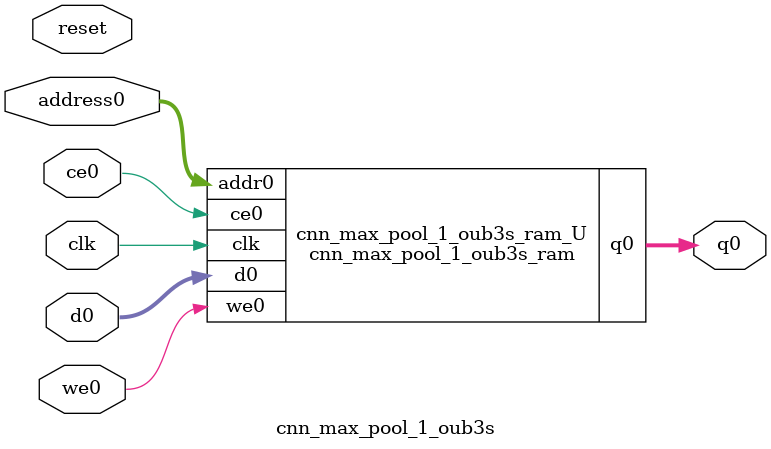
<source format=v>
`timescale 1 ns / 1 ps
module cnn_max_pool_1_oub3s_ram (addr0, ce0, d0, we0, q0,  clk);

parameter DWIDTH = 14;
parameter AWIDTH = 4;
parameter MEM_SIZE = 16;

input[AWIDTH-1:0] addr0;
input ce0;
input[DWIDTH-1:0] d0;
input we0;
output reg[DWIDTH-1:0] q0;
input clk;

(* ram_style = "distributed" *)reg [DWIDTH-1:0] ram[0:MEM_SIZE-1];




always @(posedge clk)  
begin 
    if (ce0) 
    begin
        if (we0) 
        begin 
            ram[addr0] <= d0; 
        end 
        q0 <= ram[addr0];
    end
end


endmodule

`timescale 1 ns / 1 ps
module cnn_max_pool_1_oub3s(
    reset,
    clk,
    address0,
    ce0,
    we0,
    d0,
    q0);

parameter DataWidth = 32'd14;
parameter AddressRange = 32'd16;
parameter AddressWidth = 32'd4;
input reset;
input clk;
input[AddressWidth - 1:0] address0;
input ce0;
input we0;
input[DataWidth - 1:0] d0;
output[DataWidth - 1:0] q0;



cnn_max_pool_1_oub3s_ram cnn_max_pool_1_oub3s_ram_U(
    .clk( clk ),
    .addr0( address0 ),
    .ce0( ce0 ),
    .we0( we0 ),
    .d0( d0 ),
    .q0( q0 ));

endmodule


</source>
